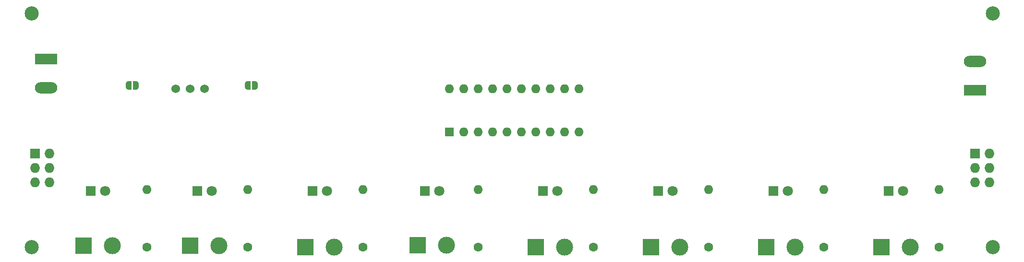
<source format=gts>
%TF.GenerationSoftware,KiCad,Pcbnew,6.0.2-378541a8eb~116~ubuntu20.04.1*%
%TF.CreationDate,2022-03-18T17:45:01-05:00*%
%TF.ProjectId,daughter,64617567-6874-4657-922e-6b696361645f,rev?*%
%TF.SameCoordinates,Original*%
%TF.FileFunction,Soldermask,Top*%
%TF.FilePolarity,Negative*%
%FSLAX46Y46*%
G04 Gerber Fmt 4.6, Leading zero omitted, Abs format (unit mm)*
G04 Created by KiCad (PCBNEW 6.0.2-378541a8eb~116~ubuntu20.04.1) date 2022-03-18 17:45:01*
%MOMM*%
%LPD*%
G01*
G04 APERTURE LIST*
G04 Aperture macros list*
%AMFreePoly0*
4,1,22,0.500000,-0.750000,0.000000,-0.750000,0.000000,-0.745033,-0.079941,-0.743568,-0.215256,-0.701293,-0.333266,-0.622738,-0.424486,-0.514219,-0.481581,-0.384460,-0.499164,-0.250000,-0.500000,-0.250000,-0.500000,0.250000,-0.499164,0.250000,-0.499963,0.256109,-0.478152,0.396186,-0.417904,0.524511,-0.324060,0.630769,-0.204165,0.706417,-0.067858,0.745374,0.000000,0.744959,0.000000,0.750000,
0.500000,0.750000,0.500000,-0.750000,0.500000,-0.750000,$1*%
%AMFreePoly1*
4,1,20,0.000000,0.744959,0.073905,0.744508,0.209726,0.703889,0.328688,0.626782,0.421226,0.519385,0.479903,0.390333,0.500000,0.250000,0.500000,-0.250000,0.499851,-0.262216,0.476331,-0.402017,0.414519,-0.529596,0.319384,-0.634700,0.198574,-0.708877,0.061801,-0.746166,0.000000,-0.745033,0.000000,-0.750000,-0.500000,-0.750000,-0.500000,0.750000,0.000000,0.750000,0.000000,0.744959,
0.000000,0.744959,$1*%
G04 Aperture macros list end*
%ADD10C,2.500000*%
%ADD11R,3.000000X3.000000*%
%ADD12C,3.000000*%
%ADD13R,1.727200X1.727200*%
%ADD14O,1.727200X1.727200*%
%ADD15R,1.800000X1.800000*%
%ADD16C,1.800000*%
%ADD17FreePoly0,0.000000*%
%ADD18FreePoly1,0.000000*%
%ADD19R,3.960000X1.980000*%
%ADD20O,3.960000X1.980000*%
%ADD21C,1.600000*%
%ADD22O,1.600000X1.600000*%
%ADD23R,1.600000X1.600000*%
%ADD24C,1.524000*%
G04 APERTURE END LIST*
D10*
%TO.C,REF\u002A\u002A*%
X215265000Y-114300000D03*
%TD*%
D11*
%TO.C,J7*%
X175260000Y-114300000D03*
D12*
X180340000Y-114300000D03*
%TD*%
D11*
%TO.C,J1*%
X54864000Y-114046000D03*
D12*
X59944000Y-114046000D03*
%TD*%
D13*
%TO.C,J10*%
X46355000Y-97790000D03*
D14*
X48895000Y-97790000D03*
X46355000Y-100330000D03*
X48895000Y-100330000D03*
X46355000Y-102870000D03*
X48895000Y-102870000D03*
%TD*%
D15*
%TO.C,D2*%
X74925000Y-104394000D03*
D16*
X77465000Y-104394000D03*
%TD*%
D15*
%TO.C,D7*%
X176525000Y-104394000D03*
D16*
X179065000Y-104394000D03*
%TD*%
D13*
%TO.C,J9*%
X212090000Y-97790000D03*
D14*
X214630000Y-97790000D03*
X212090000Y-100330000D03*
X214630000Y-100330000D03*
X212090000Y-102870000D03*
X214630000Y-102870000D03*
%TD*%
D11*
%TO.C,J2*%
X73660000Y-114046000D03*
D12*
X78740000Y-114046000D03*
%TD*%
D15*
%TO.C,D8*%
X196845000Y-104394000D03*
D16*
X199385000Y-104394000D03*
%TD*%
D17*
%TO.C,JP1*%
X62850000Y-85725000D03*
D18*
X64150000Y-85725000D03*
%TD*%
D19*
%TO.C,J11*%
X48260000Y-81055000D03*
D20*
X48260000Y-86135000D03*
%TD*%
D21*
%TO.C,R3*%
X104140000Y-114300000D03*
D22*
X104140000Y-104140000D03*
%TD*%
D11*
%TO.C,J8*%
X195580000Y-114300000D03*
D12*
X200660000Y-114300000D03*
%TD*%
D11*
%TO.C,J6*%
X154940000Y-114300000D03*
D12*
X160020000Y-114300000D03*
%TD*%
D21*
%TO.C,R4*%
X124460000Y-114300000D03*
D22*
X124460000Y-104140000D03*
%TD*%
D23*
%TO.C,U2*%
X119380000Y-93980000D03*
D22*
X121920000Y-93980000D03*
X124460000Y-93980000D03*
X127000000Y-93980000D03*
X129540000Y-93980000D03*
X132080000Y-93980000D03*
X134620000Y-93980000D03*
X137160000Y-93980000D03*
X139700000Y-93980000D03*
X142240000Y-93980000D03*
X142240000Y-86360000D03*
X139700000Y-86360000D03*
X137160000Y-86360000D03*
X134620000Y-86360000D03*
X132080000Y-86360000D03*
X129540000Y-86360000D03*
X127000000Y-86360000D03*
X124460000Y-86360000D03*
X121920000Y-86360000D03*
X119380000Y-86360000D03*
%TD*%
D15*
%TO.C,D6*%
X156205000Y-104394000D03*
D16*
X158745000Y-104394000D03*
%TD*%
D21*
%TO.C,R6*%
X165100000Y-114300000D03*
D22*
X165100000Y-104140000D03*
%TD*%
D10*
%TO.C,REF\u002A\u002A*%
X45720000Y-73025000D03*
%TD*%
%TO.C,REF\u002A\u002A*%
X45720000Y-114300000D03*
%TD*%
D11*
%TO.C,J3*%
X93980000Y-114300000D03*
D12*
X99060000Y-114300000D03*
%TD*%
D21*
%TO.C,R7*%
X185420000Y-114300000D03*
D22*
X185420000Y-104140000D03*
%TD*%
D15*
%TO.C,D4*%
X115057000Y-104394000D03*
D16*
X117597000Y-104394000D03*
%TD*%
D15*
%TO.C,D5*%
X135885000Y-104394000D03*
D16*
X138425000Y-104394000D03*
%TD*%
D21*
%TO.C,R5*%
X144780000Y-114300000D03*
D22*
X144780000Y-104140000D03*
%TD*%
D15*
%TO.C,D3*%
X95245000Y-104394000D03*
D16*
X97785000Y-104394000D03*
%TD*%
D10*
%TO.C,REF\u002A\u002A*%
X215265000Y-73025000D03*
%TD*%
D21*
%TO.C,R1*%
X66040000Y-114300000D03*
D22*
X66040000Y-104140000D03*
%TD*%
D17*
%TO.C,JP2*%
X83820000Y-85725000D03*
D18*
X85120000Y-85725000D03*
%TD*%
D11*
%TO.C,J5*%
X134620000Y-114300000D03*
D12*
X139700000Y-114300000D03*
%TD*%
D21*
%TO.C,R2*%
X83820000Y-114300000D03*
D22*
X83820000Y-104140000D03*
%TD*%
D24*
%TO.C,U1*%
X71120000Y-86360000D03*
X73660000Y-86360000D03*
X76200000Y-86360000D03*
%TD*%
D11*
%TO.C,J4*%
X113870000Y-113980000D03*
D12*
X118950000Y-113980000D03*
%TD*%
D19*
%TO.C,J12*%
X212090000Y-86585000D03*
D20*
X212090000Y-81505000D03*
%TD*%
D21*
%TO.C,R8*%
X205740000Y-114300000D03*
D22*
X205740000Y-104140000D03*
%TD*%
D15*
%TO.C,D1*%
X56129000Y-104394000D03*
D16*
X58669000Y-104394000D03*
%TD*%
M02*

</source>
